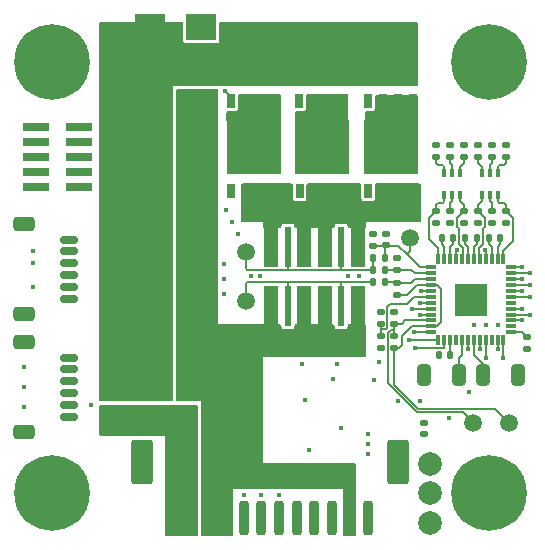
<source format=gbr>
%TF.GenerationSoftware,KiCad,Pcbnew,8.0.7*%
%TF.CreationDate,2025-04-07T22:13:35-04:00*%
%TF.ProjectId,motor-controller,6d6f746f-722d-4636-9f6e-74726f6c6c65,1*%
%TF.SameCoordinates,Original*%
%TF.FileFunction,Copper,L6,Bot*%
%TF.FilePolarity,Positive*%
%FSLAX46Y46*%
G04 Gerber Fmt 4.6, Leading zero omitted, Abs format (unit mm)*
G04 Created by KiCad (PCBNEW 8.0.7) date 2025-04-07 22:13:35*
%MOMM*%
%LPD*%
G01*
G04 APERTURE LIST*
G04 Aperture macros list*
%AMRoundRect*
0 Rectangle with rounded corners*
0 $1 Rounding radius*
0 $2 $3 $4 $5 $6 $7 $8 $9 X,Y pos of 4 corners*
0 Add a 4 corners polygon primitive as box body*
4,1,4,$2,$3,$4,$5,$6,$7,$8,$9,$2,$3,0*
0 Add four circle primitives for the rounded corners*
1,1,$1+$1,$2,$3*
1,1,$1+$1,$4,$5*
1,1,$1+$1,$6,$7*
1,1,$1+$1,$8,$9*
0 Add four rect primitives between the rounded corners*
20,1,$1+$1,$2,$3,$4,$5,0*
20,1,$1+$1,$4,$5,$6,$7,0*
20,1,$1+$1,$6,$7,$8,$9,0*
20,1,$1+$1,$8,$9,$2,$3,0*%
G04 Aperture macros list end*
%TA.AperFunction,ComponentPad*%
%ADD10C,3.600000*%
%TD*%
%TA.AperFunction,ConnectorPad*%
%ADD11C,6.400000*%
%TD*%
%TA.AperFunction,SMDPad,CuDef*%
%ADD12RoundRect,0.140000X-0.170000X0.140000X-0.170000X-0.140000X0.170000X-0.140000X0.170000X0.140000X0*%
%TD*%
%TA.AperFunction,SMDPad,CuDef*%
%ADD13R,2.200000X0.800000*%
%TD*%
%TA.AperFunction,SMDPad,CuDef*%
%ADD14RoundRect,0.200000X-0.200000X-1.250000X0.200000X-1.250000X0.200000X1.250000X-0.200000X1.250000X0*%
%TD*%
%TA.AperFunction,SMDPad,CuDef*%
%ADD15RoundRect,0.250000X-0.650000X-1.650000X0.650000X-1.650000X0.650000X1.650000X-0.650000X1.650000X0*%
%TD*%
%TA.AperFunction,SMDPad,CuDef*%
%ADD16RoundRect,0.135000X0.185000X-0.135000X0.185000X0.135000X-0.185000X0.135000X-0.185000X-0.135000X0*%
%TD*%
%TA.AperFunction,SMDPad,CuDef*%
%ADD17R,0.650000X1.150000*%
%TD*%
%TA.AperFunction,SMDPad,CuDef*%
%ADD18R,4.600000X4.650000*%
%TD*%
%TA.AperFunction,SMDPad,CuDef*%
%ADD19C,1.500000*%
%TD*%
%TA.AperFunction,SMDPad,CuDef*%
%ADD20RoundRect,0.250000X-1.500000X-0.550000X1.500000X-0.550000X1.500000X0.550000X-1.500000X0.550000X0*%
%TD*%
%TA.AperFunction,SMDPad,CuDef*%
%ADD21RoundRect,0.250000X-0.325000X-0.650000X0.325000X-0.650000X0.325000X0.650000X-0.325000X0.650000X0*%
%TD*%
%TA.AperFunction,SMDPad,CuDef*%
%ADD22RoundRect,0.140000X0.140000X0.170000X-0.140000X0.170000X-0.140000X-0.170000X0.140000X-0.170000X0*%
%TD*%
%TA.AperFunction,SMDPad,CuDef*%
%ADD23RoundRect,0.250001X-0.624999X0.462499X-0.624999X-0.462499X0.624999X-0.462499X0.624999X0.462499X0*%
%TD*%
%TA.AperFunction,SMDPad,CuDef*%
%ADD24RoundRect,0.150000X0.625000X-0.150000X0.625000X0.150000X-0.625000X0.150000X-0.625000X-0.150000X0*%
%TD*%
%TA.AperFunction,SMDPad,CuDef*%
%ADD25RoundRect,0.250000X0.650000X-0.350000X0.650000X0.350000X-0.650000X0.350000X-0.650000X-0.350000X0*%
%TD*%
%TA.AperFunction,SMDPad,CuDef*%
%ADD26RoundRect,0.135000X-0.135000X-0.185000X0.135000X-0.185000X0.135000X0.185000X-0.135000X0.185000X0*%
%TD*%
%TA.AperFunction,SMDPad,CuDef*%
%ADD27RoundRect,0.135000X-0.185000X0.135000X-0.185000X-0.135000X0.185000X-0.135000X0.185000X0.135000X0*%
%TD*%
%TA.AperFunction,SMDPad,CuDef*%
%ADD28RoundRect,0.140000X0.170000X-0.140000X0.170000X0.140000X-0.170000X0.140000X-0.170000X-0.140000X0*%
%TD*%
%TA.AperFunction,SMDPad,CuDef*%
%ADD29R,2.500000X2.300000*%
%TD*%
%TA.AperFunction,SMDPad,CuDef*%
%ADD30R,1.200000X3.400000*%
%TD*%
%TA.AperFunction,SMDPad,CuDef*%
%ADD31R,0.600000X3.400000*%
%TD*%
%TA.AperFunction,SMDPad,CuDef*%
%ADD32RoundRect,0.100000X-0.100000X0.225000X-0.100000X-0.225000X0.100000X-0.225000X0.100000X0.225000X0*%
%TD*%
%TA.AperFunction,SMDPad,CuDef*%
%ADD33R,0.300000X0.850000*%
%TD*%
%TA.AperFunction,SMDPad,CuDef*%
%ADD34R,0.850000X0.300000*%
%TD*%
%TA.AperFunction,SMDPad,CuDef*%
%ADD35R,2.800000X2.800000*%
%TD*%
%TA.AperFunction,SMDPad,CuDef*%
%ADD36RoundRect,0.250000X0.325000X0.650000X-0.325000X0.650000X-0.325000X-0.650000X0.325000X-0.650000X0*%
%TD*%
%TA.AperFunction,ViaPad*%
%ADD37C,0.450000*%
%TD*%
%TA.AperFunction,ViaPad*%
%ADD38C,2.000000*%
%TD*%
%TA.AperFunction,Conductor*%
%ADD39C,0.200000*%
%TD*%
%TA.AperFunction,Conductor*%
%ADD40C,0.153000*%
%TD*%
%TA.AperFunction,Conductor*%
%ADD41C,0.175000*%
%TD*%
G04 APERTURE END LIST*
D10*
%TO.P,H2,1*%
%TO.N,N/C*%
X228500000Y-129000000D03*
D11*
X228500000Y-129000000D03*
%TD*%
D10*
%TO.P,H1,1*%
%TO.N,N/C*%
X191500000Y-129000000D03*
D11*
X191500000Y-129000000D03*
%TD*%
D10*
%TO.P,H3,1*%
%TO.N,N/C*%
X191500000Y-165500000D03*
D11*
X191500000Y-165500000D03*
%TD*%
D10*
%TO.P,H4,1*%
%TO.N,N/C*%
X228500000Y-165500000D03*
D11*
X228500000Y-165500000D03*
%TD*%
D12*
%TO.P,C4,1*%
%TO.N,+3V3*%
X231750000Y-152270000D03*
%TO.P,C4,2*%
%TO.N,GND*%
X231750000Y-153230000D03*
%TD*%
D13*
%TO.P,J6,1,VTref*%
%TO.N,+3V3*%
X190180000Y-139540000D03*
%TO.P,J6,2,SWDIO/TMS*%
%TO.N,/motor_driver/SWDIO*%
X193820000Y-139540000D03*
%TO.P,J6,3,GND*%
%TO.N,GND*%
X190180000Y-138270000D03*
%TO.P,J6,4,SWCLK/TCK*%
%TO.N,/motor_driver/SWCLK*%
X193820000Y-138270000D03*
%TO.P,J6,5,GND*%
%TO.N,GND*%
X190180000Y-137000000D03*
%TO.P,J6,6,SWO/TDO*%
%TO.N,unconnected-(J6-SWO{slash}TDO-Pad6)*%
X193820000Y-137000000D03*
%TO.P,J6,7,KEY*%
%TO.N,unconnected-(J6-KEY-Pad7)*%
X190180000Y-135730000D03*
%TO.P,J6,8,NC/TDI*%
%TO.N,unconnected-(J6-NC{slash}TDI-Pad8)*%
X193820000Y-135730000D03*
%TO.P,J6,9,GNDDetect*%
%TO.N,GND*%
X190180000Y-134460000D03*
%TO.P,J6,10,~{RESET}*%
%TO.N,/motor_driver/NRST*%
X193820000Y-134460000D03*
%TD*%
D14*
%TO.P,J5,1,Pin_1*%
%TO.N,Net-(J5-Pin_1)*%
X201750000Y-167575000D03*
%TO.P,J5,2,Pin_2*%
X203250000Y-167575000D03*
%TO.P,J5,3,Pin_3*%
%TO.N,GND*%
X204750000Y-167575000D03*
%TO.P,J5,4,Pin_4*%
X206250000Y-167575000D03*
%TO.P,J5,5,Pin_5*%
%TO.N,/BOOT_UART.BOOT0*%
X207750000Y-167575000D03*
%TO.P,J5,6,Pin_6*%
%TO.N,/BOOT_UART.RST*%
X209250000Y-167575000D03*
%TO.P,J5,7,Pin_7*%
%TO.N,/BOOT_UART.RX*%
X210750000Y-167575000D03*
%TO.P,J5,8,Pin_8*%
%TO.N,Net-(J5-Pin_8)*%
X212250000Y-167575000D03*
%TO.P,J5,9,Pin_9*%
%TO.N,unconnected-(J5-Pin_9-Pad9)*%
X213750000Y-167575000D03*
%TO.P,J5,10,Pin_10*%
%TO.N,unconnected-(J5-Pin_10-Pad10)*%
X215250000Y-167575000D03*
%TO.P,J5,11,Pin_11*%
%TO.N,GND*%
X216750000Y-167575000D03*
%TO.P,J5,12,Pin_12*%
%TO.N,Net-(J5-Pin_12)*%
X218250000Y-167575000D03*
D15*
%TO.P,J5,MP*%
%TO.N,N/C*%
X199150000Y-162875000D03*
X220850000Y-162875000D03*
%TD*%
D16*
%TO.P,R38,1*%
%TO.N,/motor_driver/V_{sense}_V_{batt}*%
X219350000Y-151159999D03*
%TO.P,R38,2*%
%TO.N,GND*%
X219350000Y-150140001D03*
%TD*%
D17*
%TO.P,Q3,1,S*%
%TO.N,/motor_driver/MOTOR_{V}*%
X222104999Y-132300000D03*
%TO.P,Q3,2,S*%
X220835000Y-132300000D03*
%TO.P,Q3,3,S*%
X219565000Y-132300000D03*
%TO.P,Q3,4,G*%
%TO.N,Net-(Q3-G)*%
X218295001Y-132300000D03*
D18*
%TO.P,Q3,5,D*%
%TO.N,+BATT*%
X220200000Y-128600000D03*
%TD*%
D19*
%TO.P,TP3,1,1*%
%TO.N,/motor_driver/I_{SENSE(AMPLIFIED)}*%
X230200000Y-159500000D03*
%TD*%
D16*
%TO.P,R17,1*%
%TO.N,+BATT*%
X219350000Y-153159999D03*
%TO.P,R17,2*%
%TO.N,/motor_driver/V_{sense}_V_{batt}*%
X219350000Y-152140001D03*
%TD*%
D17*
%TO.P,Q5,1,S*%
%TO.N,/motor_driver/MOTOR_{W}*%
X210504999Y-132300000D03*
%TO.P,Q5,2,S*%
X209235000Y-132300000D03*
%TO.P,Q5,3,S*%
X207965000Y-132300000D03*
%TO.P,Q5,4,G*%
%TO.N,Net-(Q5-G)*%
X206695001Y-132300000D03*
D18*
%TO.P,Q5,5,D*%
%TO.N,+BATT*%
X208600000Y-128600000D03*
%TD*%
D20*
%TO.P,C23,1*%
%TO.N,+BATT*%
X198400000Y-139400000D03*
%TO.P,C23,2*%
%TO.N,GND*%
X203800000Y-139400000D03*
%TD*%
D21*
%TO.P,C8,1*%
%TO.N,Net-(U1A-VREG12)*%
X228024999Y-155500000D03*
%TO.P,C8,2*%
%TO.N,GND*%
X230975001Y-155500000D03*
%TD*%
D17*
%TO.P,Q1,1,S*%
%TO.N,/motor_driver/MOTOR_{U}*%
X216254998Y-132300000D03*
%TO.P,Q1,2,S*%
X214984999Y-132300000D03*
%TO.P,Q1,3,S*%
X213714999Y-132300000D03*
%TO.P,Q1,4,G*%
%TO.N,Net-(Q1-G)*%
X212445000Y-132300000D03*
D18*
%TO.P,Q1,5,D*%
%TO.N,+BATT*%
X214349999Y-128600000D03*
%TD*%
D22*
%TO.P,C7,1*%
%TO.N,Net-(U1C-VBOOTV)*%
X227480000Y-143900000D03*
%TO.P,C7,2*%
%TO.N,/motor_driver/MOTOR_{V}*%
X226520000Y-143900000D03*
%TD*%
D16*
%TO.P,R14,1*%
%TO.N,Net-(D2B-A)*%
X225200000Y-137009999D03*
%TO.P,R14,2*%
%TO.N,Net-(Q6-G)*%
X225200000Y-135990001D03*
%TD*%
%TO.P,R10,1*%
%TO.N,Net-(D1A-A)*%
X227600000Y-137009999D03*
%TO.P,R10,2*%
%TO.N,Net-(Q4-G)*%
X227600000Y-135990001D03*
%TD*%
D23*
%TO.P,F2,1*%
%TO.N,+BATT*%
X196550000Y-156362500D03*
%TO.P,F2,2*%
%TO.N,Net-(J5-Pin_1)*%
X196550000Y-159337500D03*
%TD*%
D24*
%TO.P,J1,1,Pin_1*%
%TO.N,+3V3*%
X193000001Y-159000000D03*
%TO.P,J1,2,Pin_2*%
%TO.N,/motor_driver/VEL_ENC_{~{DET}}*%
X193000000Y-158000000D03*
%TO.P,J1,3,Pin_3*%
%TO.N,/encoder/VEL_ENC.A*%
X193000000Y-157000000D03*
%TO.P,J1,4,Pin_4*%
%TO.N,/encoder/VEL_ENC.B*%
X193000000Y-156000000D03*
%TO.P,J1,5,Pin_5*%
%TO.N,/encoder/VEL_ENC.Z*%
X193000000Y-155000000D03*
%TO.P,J1,6,Pin_6*%
%TO.N,GND*%
X193000001Y-154000000D03*
D25*
%TO.P,J1,MP,MountPin*%
X189125000Y-160300000D03*
X189125000Y-152700000D03*
%TD*%
D26*
%TO.P,R22,1*%
%TO.N,/motor_driver/I_{SENSE(RAW)}_P*%
X218690001Y-145525000D03*
%TO.P,R22,2*%
%TO.N,Net-(U1E-OC_COMP)*%
X219709999Y-145525000D03*
%TD*%
D27*
%TO.P,R9,1*%
%TO.N,Net-(D1A-K)*%
X227600000Y-141590001D03*
%TO.P,R9,2*%
%TO.N,Net-(Q4-G)*%
X227600000Y-142609999D03*
%TD*%
%TO.P,R21,1*%
%TO.N,+3V0*%
X218725000Y-143490001D03*
%TO.P,R21,2*%
%TO.N,Net-(U1E-OC_COMP)*%
X218725000Y-144509999D03*
%TD*%
D17*
%TO.P,Q4,1,S*%
%TO.N,/motor_driver/I_{SENSE(RAW)}*%
X222104999Y-139900000D03*
%TO.P,Q4,2,S*%
X220835000Y-139900000D03*
%TO.P,Q4,3,S*%
X219565000Y-139900000D03*
%TO.P,Q4,4,G*%
%TO.N,Net-(Q4-G)*%
X218295001Y-139900000D03*
D18*
%TO.P,Q4,5,D*%
%TO.N,/motor_driver/MOTOR_{V}*%
X220200000Y-136200000D03*
%TD*%
D28*
%TO.P,C11,1*%
%TO.N,/motor_driver/I_{SENSE(FILTERED)}*%
X220500000Y-151129999D03*
%TO.P,C11,2*%
%TO.N,GND*%
X220500000Y-150169999D03*
%TD*%
D27*
%TO.P,R12,1*%
%TO.N,Net-(D2A-K)*%
X224000000Y-141590001D03*
%TO.P,R12,2*%
%TO.N,Net-(Q5-G)*%
X224000000Y-142609999D03*
%TD*%
D24*
%TO.P,J3,1,Pin_1*%
%TO.N,GND*%
X193000001Y-149000000D03*
%TO.P,J3,2,Pin_2*%
%TO.N,/encoder/MOSI*%
X193000000Y-148000000D03*
%TO.P,J3,3,Pin_3*%
%TO.N,/encoder/MISO*%
X193000000Y-147000000D03*
%TO.P,J3,4,Pin_4*%
%TO.N,/encoder/SCK*%
X193000000Y-146000000D03*
%TO.P,J3,5,Pin_5*%
%TO.N,/encoder/CSn*%
X193000000Y-145000000D03*
%TO.P,J3,6,Pin_6*%
%TO.N,+3V3*%
X193000001Y-144000000D03*
D25*
%TO.P,J3,MP,MountPin*%
%TO.N,GND*%
X189125000Y-150300000D03*
X189125000Y-142700000D03*
%TD*%
D19*
%TO.P,TP4,1,1*%
%TO.N,/motor_driver/I_{SENSE(FILTERED)}*%
X227200000Y-159500000D03*
%TD*%
D29*
%TO.P,D6,1,A1*%
%TO.N,GND*%
X204150001Y-126000000D03*
%TO.P,D6,2,A2*%
%TO.N,+BATT*%
X199849999Y-126000000D03*
%TD*%
D27*
%TO.P,R23,1*%
%TO.N,+3V0*%
X220725000Y-145540001D03*
%TO.P,R23,2*%
%TO.N,Net-(U1D-OP1P)*%
X220725000Y-146559999D03*
%TD*%
D20*
%TO.P,C22,1*%
%TO.N,+BATT*%
X198400000Y-132100000D03*
%TO.P,C22,2*%
%TO.N,GND*%
X203800000Y-132100000D03*
%TD*%
D22*
%TO.P,C9,1*%
%TO.N,Net-(U1C-VBOOTW)*%
X225480000Y-143900000D03*
%TO.P,C9,2*%
%TO.N,/motor_driver/MOTOR_{W}*%
X224520000Y-143900000D03*
%TD*%
D16*
%TO.P,R5,1*%
%TO.N,Net-(D2C-A)*%
X226400000Y-137009999D03*
%TO.P,R5,2*%
%TO.N,Net-(Q3-G)*%
X226400000Y-135990001D03*
%TD*%
D30*
%TO.P,R27,1,1*%
%TO.N,/motor_driver/I_{SENSE(RAW)}*%
X212900000Y-144600001D03*
X210100000Y-144600001D03*
D31*
%TO.P,R27,2,2*%
%TO.N,/motor_driver/I_{SENSE(RAW)}_P*%
X211500000Y-144600000D03*
%TO.P,R27,3,3*%
%TO.N,/motor_driver/I_{SENSE(RAW)}_N*%
X211500000Y-149600000D03*
D30*
%TO.P,R27,4,4*%
%TO.N,GND*%
X212900000Y-149599999D03*
X210100000Y-149599999D03*
%TD*%
D32*
%TO.P,D2,1,A*%
%TO.N,Net-(D2A-A)*%
X224750000Y-138350000D03*
%TO.P,D2,2,A*%
%TO.N,Net-(D2B-A)*%
X225400000Y-138350001D03*
%TO.P,D2,3,A*%
%TO.N,Net-(D2C-A)*%
X226050000Y-138350000D03*
%TO.P,D2,4,K*%
%TO.N,Net-(D2C-K)*%
X226050000Y-140250000D03*
%TO.P,D2,5,K*%
%TO.N,Net-(D2B-K)*%
X225400000Y-140249999D03*
%TO.P,D2,6,K*%
%TO.N,Net-(D2A-K)*%
X224750000Y-140250000D03*
%TD*%
D27*
%TO.P,R2,1*%
%TO.N,Net-(D1B-K)*%
X228800000Y-141590001D03*
%TO.P,R2,2*%
%TO.N,Net-(Q1-G)*%
X228800000Y-142609999D03*
%TD*%
D30*
%TO.P,R18,1,1*%
%TO.N,/motor_driver/I_{SENSE(RAW)}*%
X217400000Y-144600001D03*
X214600000Y-144600001D03*
D31*
%TO.P,R18,2,2*%
%TO.N,/motor_driver/I_{SENSE(RAW)}_P*%
X216000000Y-144600000D03*
%TO.P,R18,3,3*%
%TO.N,/motor_driver/I_{SENSE(RAW)}_N*%
X216000000Y-149600000D03*
D30*
%TO.P,R18,4,4*%
%TO.N,GND*%
X217400000Y-149599999D03*
X214600000Y-149599999D03*
%TD*%
D19*
%TO.P,TP5,1,1*%
%TO.N,Net-(U1E-OC_COMP)*%
X221800000Y-143900000D03*
%TD*%
D16*
%TO.P,R11,1*%
%TO.N,Net-(D2A-A)*%
X224000000Y-137009999D03*
%TO.P,R11,2*%
%TO.N,Net-(Q5-G)*%
X224000000Y-135990001D03*
%TD*%
%TO.P,R25,1*%
%TO.N,/motor_driver/I_{SENSE(AMPLIFIED)}*%
X220500000Y-153159999D03*
%TO.P,R25,2*%
%TO.N,/motor_driver/I_{SENSE(FILTERED)}*%
X220500000Y-152140001D03*
%TD*%
D19*
%TO.P,TP2,1,1*%
%TO.N,/motor_driver/I_{SENSE(RAW)}_N*%
X207925000Y-149200000D03*
%TD*%
D26*
%TO.P,R26,1*%
%TO.N,/motor_driver/I_{SENSE(RAW)}_P*%
X218690001Y-146575000D03*
%TO.P,R26,2*%
%TO.N,Net-(U1D-OP1P)*%
X219709999Y-146575000D03*
%TD*%
D27*
%TO.P,R19,1*%
%TO.N,Net-(U1D-OP1N)*%
X220750000Y-147640001D03*
%TO.P,R19,2*%
%TO.N,/motor_driver/I_{SENSE(AMPLIFIED)}*%
X220750000Y-148659999D03*
%TD*%
D19*
%TO.P,TP1,1,1*%
%TO.N,/motor_driver/I_{SENSE(RAW)}_P*%
X207925000Y-145025000D03*
%TD*%
D27*
%TO.P,R13,1*%
%TO.N,Net-(D2B-K)*%
X225200000Y-141590001D03*
%TO.P,R13,2*%
%TO.N,Net-(Q6-G)*%
X225200000Y-142609999D03*
%TD*%
D28*
%TO.P,C10,1*%
%TO.N,Net-(U1E-OC_COMP)*%
X219800000Y-144480000D03*
%TO.P,C10,2*%
%TO.N,GND*%
X219800000Y-143520000D03*
%TD*%
D16*
%TO.P,R1,1*%
%TO.N,Net-(D1B-A)*%
X228800000Y-137009999D03*
%TO.P,R1,2*%
%TO.N,Net-(Q1-G)*%
X228800000Y-135990001D03*
%TD*%
D17*
%TO.P,Q6,1,S*%
%TO.N,/motor_driver/I_{SENSE(RAW)}*%
X210504999Y-139900000D03*
%TO.P,Q6,2,S*%
X209235000Y-139900000D03*
%TO.P,Q6,3,S*%
X207965000Y-139900000D03*
%TO.P,Q6,4,G*%
%TO.N,Net-(Q6-G)*%
X206695001Y-139900000D03*
D18*
%TO.P,Q6,5,D*%
%TO.N,/motor_driver/MOTOR_{W}*%
X208600000Y-136200000D03*
%TD*%
D26*
%TO.P,R24,1*%
%TO.N,/motor_driver/I_{SENSE(RAW)}_N*%
X218690001Y-147625000D03*
%TO.P,R24,2*%
%TO.N,Net-(U1D-OP1N)*%
X219709999Y-147625000D03*
%TD*%
D33*
%TO.P,U1,1,PC14/OSC32_{IN}*%
%TO.N,/motor_driver/OSC32_P*%
X229750000Y-152525000D03*
%TO.P,U1,2,PC15/OSC32_{OUT}*%
%TO.N,/motor_driver/OSC32_N*%
X229250000Y-152525000D03*
%TO.P,U1,3,RESERVED*%
%TO.N,unconnected-(U1A-RESERVED-Pad3)*%
X228750000Y-152525000D03*
%TO.P,U1,4,PF0/OSC_{IN}*%
%TO.N,/motor_driver/OSC_P*%
X228250000Y-152525000D03*
%TO.P,U1,5,PF1/OSC_{OUT}*%
%TO.N,/motor_driver/OSC_N*%
X227750000Y-152525000D03*
%TO.P,U1,6,VREG12*%
%TO.N,Net-(U1A-VREG12)*%
X227250000Y-152525000D03*
%TO.P,U1,7,NRST*%
%TO.N,/motor_driver/NRST*%
X226750000Y-152525000D03*
%TO.P,U1,8,VM*%
%TO.N,+BATT*%
X226250000Y-152525000D03*
%TO.P,U1,9,SW*%
%TO.N,unconnected-(U1A-SW-Pad9)*%
X225750000Y-152525000D03*
%TO.P,U1,10,VDDA*%
%TO.N,+3V0*%
X225250000Y-152525000D03*
%TO.P,U1,11,PA0/T2C1/ADC0/USART1_{CTS}*%
%TO.N,/motor_driver/HALL_{1}*%
X224750000Y-152525000D03*
%TO.P,U1,12,PA1/T2C2/ADC1/USART1_{RTS}*%
%TO.N,/motor_driver/HALL_{2}*%
X224250000Y-152525000D03*
D34*
%TO.P,U1,13,PA2/T2C3/ADC2/USART1_{TX}*%
%TO.N,/motor_driver/HALL_{3}*%
X223575000Y-151850000D03*
%TO.P,U1,14,PA3/T2C4/ADC3/USART1_{RX}*%
%TO.N,/motor_driver/I_{SENSE(AMPLIFIED)}*%
X223575000Y-151350000D03*
%TO.P,U1,15,PA4/T14C1/ADC4/USART1_{CK}*%
%TO.N,/motor_driver/I_{SENSE(FILTERED)}*%
X223575000Y-150850000D03*
%TO.P,U1,16,PA5/ADC5*%
%TO.N,/motor_driver/VEL_ENC_{~{DET}}*%
X223575000Y-150350000D03*
%TO.P,U1,17,PA6/T3C1/T16C1/ADC6*%
%TO.N,/encoder/VEL_ENC.A*%
X223575000Y-149850000D03*
%TO.P,U1,18,PA7/T3C2/T14C1/T17C1/ADC7*%
%TO.N,/encoder/VEL_ENC.B*%
X223575000Y-149350000D03*
%TO.P,U1,19,PB1/T3C4/T14C1/ADC9*%
%TO.N,/motor_driver/V_{sense}_V_{batt}*%
X223575000Y-148850000D03*
%TO.P,U1,20,TESTMODE*%
%TO.N,GND*%
X223575000Y-148350000D03*
%TO.P,U1,21,OP1O*%
%TO.N,/motor_driver/I_{SENSE(AMPLIFIED)}*%
X223575000Y-147850000D03*
%TO.P,U1,22,OP1N*%
%TO.N,Net-(U1D-OP1N)*%
X223575000Y-147350000D03*
%TO.P,U1,23,OP1P*%
%TO.N,Net-(U1D-OP1P)*%
X223575000Y-146850000D03*
%TO.P,U1,24,OC_COMP*%
%TO.N,Net-(U1E-OC_COMP)*%
X223575000Y-146350000D03*
D33*
%TO.P,U1,25,HSW*%
%TO.N,Net-(D2A-K)*%
X224250000Y-145675000D03*
%TO.P,U1,26,OUTW*%
%TO.N,/motor_driver/MOTOR_{W}*%
X224750000Y-145675000D03*
%TO.P,U1,27,VBOOTW*%
%TO.N,Net-(U1C-VBOOTW)*%
X225250000Y-145675000D03*
%TO.P,U1,28,LSW*%
%TO.N,Net-(D2B-K)*%
X225750000Y-145675000D03*
%TO.P,U1,29,HSV*%
%TO.N,Net-(D2C-K)*%
X226250000Y-145675000D03*
%TO.P,U1,30,OUTV*%
%TO.N,/motor_driver/MOTOR_{V}*%
X226750000Y-145675000D03*
%TO.P,U1,31,VBOOTV*%
%TO.N,Net-(U1C-VBOOTV)*%
X227250000Y-145675000D03*
%TO.P,U1,32,LSV*%
%TO.N,Net-(D1A-K)*%
X227750000Y-145675000D03*
%TO.P,U1,33,HSU*%
%TO.N,Net-(D1B-K)*%
X228250000Y-145675000D03*
%TO.P,U1,34,OUTU*%
%TO.N,/motor_driver/MOTOR_{U}*%
X228750000Y-145675000D03*
%TO.P,U1,35,VBOOTU*%
%TO.N,Net-(U1C-VBOOTU)*%
X229250000Y-145675000D03*
%TO.P,U1,36,LSU*%
%TO.N,Net-(D1C-K)*%
X229750000Y-145675000D03*
D34*
%TO.P,U1,37,PA13/SWDIO*%
%TO.N,/motor_driver/SWDIO*%
X230425000Y-146350000D03*
%TO.P,U1,38,PA14/SWDCLK/USART1_{TX}/BL_UART_{TX}*%
%TO.N,/motor_driver/SWCLK*%
X230425000Y-146850000D03*
%TO.P,U1,39,PA15/USART1_{RX}/BL_UART_{RX}*%
%TO.N,/BOOT_UART.RX*%
X230425000Y-147350000D03*
%TO.P,U1,40,PB6/USART1_{TX}*%
%TO.N,/motor_driver/LED_{ERROR}*%
X230425000Y-147850000D03*
%TO.P,U1,41,PB7/USART1_{RX}*%
%TO.N,/motor_driver/LED_{FW_READY}*%
X230425000Y-148350000D03*
%TO.P,U1,42,BOOT0*%
%TO.N,/BOOT_UART.BOOT0*%
X230425000Y-148850000D03*
%TO.P,U1,43,RESERVED*%
%TO.N,unconnected-(U1A-RESERVED-Pad43)*%
X230425000Y-149350000D03*
%TO.P,U1,44,GND*%
%TO.N,GND*%
X230425000Y-149850000D03*
%TO.P,U1,45,PB8/T16C1*%
%TO.N,/motor_driver/LED_{WARN}*%
X230425000Y-150350000D03*
%TO.P,U1,46,PB9/T17C1*%
%TO.N,/encoder/VEL_ENC.Z*%
X230425000Y-150850000D03*
%TO.P,U1,47,RESERVED*%
%TO.N,unconnected-(U1A-RESERVED-Pad47)*%
X230425000Y-151350000D03*
%TO.P,U1,48,VDD*%
%TO.N,+3V3*%
X230425000Y-151850000D03*
D35*
%TO.P,U1,49,EPAD*%
%TO.N,GND*%
X227000000Y-149100000D03*
%TD*%
D32*
%TO.P,D1,1,A*%
%TO.N,Net-(D1A-A)*%
X227950000Y-138350000D03*
%TO.P,D1,2,A*%
%TO.N,Net-(D1B-A)*%
X228600000Y-138350001D03*
%TO.P,D1,3,A*%
%TO.N,Net-(D1C-A)*%
X229250000Y-138350000D03*
%TO.P,D1,4,K*%
%TO.N,Net-(D1C-K)*%
X229250000Y-140250000D03*
%TO.P,D1,5,K*%
%TO.N,Net-(D1B-K)*%
X228600000Y-140249999D03*
%TO.P,D1,6,K*%
%TO.N,Net-(D1A-K)*%
X227950000Y-140250000D03*
%TD*%
D22*
%TO.P,C6,1*%
%TO.N,+3V0*%
X225230000Y-153750000D03*
%TO.P,C6,2*%
%TO.N,GND*%
X224270000Y-153750000D03*
%TD*%
D17*
%TO.P,Q2,1,S*%
%TO.N,/motor_driver/I_{SENSE(RAW)}*%
X216304999Y-139900000D03*
%TO.P,Q2,2,S*%
X215035000Y-139900000D03*
%TO.P,Q2,3,S*%
X213765000Y-139900000D03*
%TO.P,Q2,4,G*%
%TO.N,Net-(Q2-G)*%
X212495001Y-139900000D03*
D18*
%TO.P,Q2,5,D*%
%TO.N,/motor_driver/MOTOR_{U}*%
X214400000Y-136200000D03*
%TD*%
D36*
%TO.P,C2,1*%
%TO.N,+BATT*%
X225975001Y-155500000D03*
%TO.P,C2,2*%
%TO.N,GND*%
X223024999Y-155500000D03*
%TD*%
D12*
%TO.P,C16,1*%
%TO.N,/motor_driver/NRST*%
X223000000Y-159520000D03*
%TO.P,C16,2*%
%TO.N,GND*%
X223000000Y-160480000D03*
%TD*%
D27*
%TO.P,R6,1*%
%TO.N,Net-(D2C-K)*%
X226400000Y-141590001D03*
%TO.P,R6,2*%
%TO.N,Net-(Q3-G)*%
X226400000Y-142609999D03*
%TD*%
D22*
%TO.P,C1,1*%
%TO.N,Net-(U1C-VBOOTU)*%
X229480000Y-143900000D03*
%TO.P,C1,2*%
%TO.N,/motor_driver/MOTOR_{U}*%
X228520000Y-143900000D03*
%TD*%
D27*
%TO.P,R3,1*%
%TO.N,Net-(D1C-K)*%
X230000000Y-141590001D03*
%TO.P,R3,2*%
%TO.N,Net-(Q2-G)*%
X230000000Y-142609999D03*
%TD*%
D16*
%TO.P,R4,1*%
%TO.N,Net-(D1C-A)*%
X230000000Y-137009999D03*
%TO.P,R4,2*%
%TO.N,Net-(Q2-G)*%
X230000000Y-135990001D03*
%TD*%
D37*
%TO.N,/motor_driver/MOTOR_{U}*%
X212700000Y-138000000D03*
X213600000Y-138000000D03*
X216300000Y-136900000D03*
X212700000Y-136900000D03*
X215400000Y-138000000D03*
X215400000Y-136900000D03*
X216300000Y-138000000D03*
X214500000Y-136900000D03*
X228520000Y-143900000D03*
X213600000Y-136900000D03*
X214500000Y-138000000D03*
D38*
%TO.N,GND*%
X223500000Y-165500000D03*
D37*
X227900000Y-149100000D03*
X222800000Y-148350000D03*
X220500000Y-150169999D03*
X189940000Y-148000000D03*
X204650000Y-164550000D03*
X223000000Y-155500000D03*
X227000000Y-149100000D03*
X227000000Y-150000000D03*
X231350000Y-149850000D03*
X189150000Y-154800000D03*
X227900000Y-150000000D03*
X231750000Y-153230000D03*
X189150000Y-158200000D03*
X204650000Y-163550000D03*
X207750000Y-165590001D03*
X224250000Y-153750000D03*
X226100000Y-148200000D03*
X229250000Y-151270000D03*
X227900000Y-148200000D03*
X205500000Y-164550000D03*
X189940000Y-146000000D03*
X212720000Y-154500000D03*
X203600000Y-126600000D03*
X206400000Y-163550000D03*
X203600000Y-125400000D03*
X193000001Y-149000000D03*
X205500000Y-163550000D03*
X206400000Y-164550000D03*
X190180000Y-134460000D03*
X189100000Y-152700000D03*
X216625000Y-147100000D03*
X189125000Y-160300000D03*
X223000000Y-160480000D03*
X189150000Y-156500000D03*
X215350000Y-155800001D03*
X227250000Y-151270000D03*
X215680000Y-154500000D03*
X227000000Y-148200000D03*
X219800000Y-143520000D03*
X204700000Y-125400000D03*
X190180000Y-138270000D03*
X193000001Y-154000000D03*
X189100000Y-142700000D03*
X206100000Y-148650000D03*
X204700000Y-126600000D03*
X222700000Y-157687500D03*
X209250000Y-165600000D03*
X189100000Y-150300000D03*
X190200000Y-137000000D03*
X228250000Y-151270000D03*
X216000000Y-159930000D03*
X226850000Y-156900000D03*
X226100000Y-150000000D03*
X231000000Y-155500000D03*
X226100000Y-149100000D03*
X219350000Y-150140001D03*
X225150000Y-159100000D03*
D38*
%TO.N,+BATT*%
X196900000Y-127000000D03*
D37*
X219350000Y-153159999D03*
X197825000Y-156950000D03*
X225975001Y-155500000D03*
%TO.N,+3V0*%
X225230000Y-153750000D03*
X220725000Y-145540001D03*
X218750000Y-155875001D03*
X218725000Y-143490001D03*
D38*
X223500000Y-163000000D03*
D37*
%TO.N,/motor_driver/MOTOR_{V}*%
X220200000Y-135500000D03*
X222000000Y-135500000D03*
X221100000Y-135500000D03*
X219300000Y-135500000D03*
X218400000Y-135500000D03*
X221100000Y-134500000D03*
X218400000Y-134500000D03*
X220200000Y-134500000D03*
X222000000Y-134500000D03*
X226520000Y-143900000D03*
X219300000Y-134500000D03*
%TO.N,/motor_driver/MOTOR_{W}*%
X210500000Y-135500000D03*
X207800000Y-135500000D03*
X224520000Y-143900000D03*
X209600000Y-134400000D03*
X206900000Y-135500000D03*
X206900000Y-134400000D03*
X207800000Y-134400000D03*
X208700000Y-135500000D03*
X210500000Y-134400000D03*
X209600000Y-135500000D03*
X208700000Y-134400000D03*
%TO.N,/motor_driver/NRST*%
X226750000Y-153250000D03*
X223000000Y-159520000D03*
X193820000Y-134460000D03*
X219250000Y-154375000D03*
%TO.N,/motor_driver/OSC32_N*%
X229250000Y-153250000D03*
%TO.N,/motor_driver/OSC32_P*%
X229750000Y-154000000D03*
%TO.N,/motor_driver/OSC_N*%
X227750000Y-153250000D03*
%TO.N,/motor_driver/OSC_P*%
X228250000Y-154000000D03*
%TO.N,Net-(D1B-K)*%
X228200000Y-144900000D03*
X228800000Y-141590001D03*
%TO.N,Net-(D2B-K)*%
X225800000Y-144900000D03*
X225200000Y-141590001D03*
%TO.N,+3V3*%
X189940001Y-145000000D03*
X231750000Y-152270000D03*
X217525000Y-147100000D03*
X210750000Y-165590001D03*
X190180000Y-139540000D03*
X193000001Y-159000000D03*
X212950000Y-157575000D03*
X194859999Y-158000000D03*
X218250000Y-162150000D03*
X218250000Y-161300000D03*
X218250000Y-160500000D03*
D38*
X223500000Y-168000000D03*
D37*
X193000001Y-144000000D03*
%TO.N,/motor_driver/VEL_ENC_{~{DET}}*%
X222650000Y-150350000D03*
X193000000Y-158000000D03*
%TO.N,/encoder/VEL_ENC.B*%
X222650000Y-149350000D03*
X193000000Y-156000000D03*
%TO.N,/encoder/VEL_ENC.A*%
X222000000Y-149850000D03*
X193000000Y-157000000D03*
%TO.N,/encoder/VEL_ENC.Z*%
X231350000Y-150850000D03*
X193000000Y-155000000D03*
%TO.N,/encoder/MOSI*%
X193000000Y-148000000D03*
X209150000Y-147100000D03*
%TO.N,/encoder/SCK*%
X208350000Y-147100000D03*
X193000000Y-146000000D03*
%TO.N,/encoder/MISO*%
X193000000Y-147000000D03*
X206100000Y-147350000D03*
%TO.N,/encoder/CSn*%
X206100000Y-146050000D03*
X193000000Y-145000000D03*
%TO.N,/BOOT_UART.RST*%
X209250000Y-167575000D03*
X220800000Y-157687500D03*
%TO.N,Net-(Q1-G)*%
X212445000Y-132300000D03*
X228800000Y-142609999D03*
X228800000Y-135990001D03*
%TO.N,Net-(Q2-G)*%
X230000000Y-135990001D03*
X230000000Y-142609999D03*
X212495001Y-139900000D03*
%TO.N,Net-(Q3-G)*%
X218295001Y-132300000D03*
X226400000Y-142609999D03*
X226400000Y-135990001D03*
%TO.N,/motor_driver/LED_{WARN}*%
X232000000Y-150350000D03*
%TO.N,Net-(Q4-G)*%
X227600000Y-142609999D03*
X218295001Y-139900000D03*
X227600000Y-135990001D03*
%TO.N,Net-(Q5-G)*%
X206175000Y-131450000D03*
X224000000Y-142609999D03*
X224000000Y-135990001D03*
%TO.N,Net-(Q6-G)*%
X206695001Y-139900000D03*
X225200000Y-142609999D03*
X225200000Y-135990001D03*
%TO.N,/motor_driver/LED_{FW_READY}*%
X231350000Y-148350000D03*
%TO.N,/motor_driver/LED_{ERROR}*%
X232000000Y-147850000D03*
%TO.N,/motor_driver/HALL_{1}*%
X222250000Y-153153500D03*
X206800000Y-142550000D03*
%TO.N,/motor_driver/HALL_{2}*%
X221750000Y-152525000D03*
X207300000Y-143500000D03*
%TO.N,/motor_driver/HALL_{3}*%
X206250000Y-141500000D03*
X222200000Y-151850000D03*
%TO.N,/BOOT_UART.RX*%
X210750000Y-167575000D03*
X231350000Y-147350000D03*
%TO.N,Net-(J5-Pin_8)*%
X212250000Y-167575000D03*
%TO.N,/BOOT_UART.BOOT0*%
X207750000Y-167575000D03*
X232000000Y-148850000D03*
%TO.N,/motor_driver/SWCLK*%
X213259999Y-161850000D03*
X193820000Y-138270000D03*
X232000000Y-146850000D03*
%TO.N,Net-(J5-Pin_12)*%
X218250000Y-166750000D03*
X218250000Y-168400000D03*
X218250000Y-167575000D03*
%TO.N,/motor_driver/SWDIO*%
X193820000Y-139540000D03*
X231350000Y-146350000D03*
%TD*%
D39*
%TO.N,Net-(U1C-VBOOTU)*%
X229480000Y-144420000D02*
X229480000Y-143900000D01*
X229250000Y-144650000D02*
X229480000Y-144420000D01*
X229250000Y-145675000D02*
X229250000Y-144650000D01*
%TO.N,/motor_driver/MOTOR_{U}*%
X228750000Y-144650000D02*
X228750000Y-145675000D01*
X228520000Y-143900000D02*
X228520000Y-144420000D01*
X228520000Y-144420000D02*
X228750000Y-144650000D01*
D40*
%TO.N,GND*%
X189125000Y-150300000D02*
X189100000Y-150300000D01*
D41*
X223024999Y-155500000D02*
X223000000Y-155500000D01*
X224270000Y-153750000D02*
X224250000Y-153750000D01*
D40*
X190180000Y-134480000D02*
X190200000Y-134500000D01*
X189125000Y-152700000D02*
X189100000Y-152700000D01*
D41*
X230975001Y-155500000D02*
X231000000Y-155500000D01*
D40*
X190180000Y-138270000D02*
X190180000Y-138280000D01*
X190180000Y-134460000D02*
X190180000Y-134480000D01*
X223575000Y-148350000D02*
X222800000Y-148350000D01*
X189125000Y-142700000D02*
X189100000Y-142700000D01*
X230425000Y-149850000D02*
X231350000Y-149850000D01*
X190180000Y-138280000D02*
X190200000Y-138300000D01*
X190180000Y-137000000D02*
X190200000Y-137000000D01*
D41*
%TO.N,+BATT*%
X225975001Y-154024999D02*
X225975001Y-155500000D01*
X226250000Y-152525000D02*
X226250000Y-153750000D01*
X226250000Y-153750000D02*
X225975001Y-154024999D01*
%TO.N,+3V0*%
X225230000Y-153750000D02*
X225250000Y-153730000D01*
X225250000Y-152525000D02*
X225250000Y-153730000D01*
D39*
%TO.N,/motor_driver/MOTOR_{V}*%
X226520000Y-144420000D02*
X226750000Y-144650000D01*
X226520000Y-143900000D02*
X226520000Y-144420000D01*
X226750000Y-144650000D02*
X226750000Y-145675000D01*
%TO.N,Net-(U1C-VBOOTV)*%
X227250000Y-144650000D02*
X227480000Y-144420000D01*
X227250000Y-145675000D02*
X227250000Y-144650000D01*
X227480000Y-144420000D02*
X227480000Y-143900000D01*
D41*
%TO.N,Net-(U1A-VREG12)*%
X227250000Y-152525000D02*
X227241500Y-152533500D01*
X227241500Y-153741500D02*
X228024999Y-154524999D01*
X228024999Y-154524999D02*
X228024999Y-155500000D01*
X227241500Y-152533500D02*
X227241500Y-153741500D01*
D39*
%TO.N,Net-(U1C-VBOOTW)*%
X225480000Y-144420000D02*
X225480000Y-143900000D01*
X225250000Y-144650000D02*
X225480000Y-144420000D01*
X225250000Y-145675000D02*
X225250000Y-144650000D01*
%TO.N,/motor_driver/MOTOR_{W}*%
X224750000Y-144650000D02*
X224750000Y-145675000D01*
X224520000Y-143900000D02*
X224520000Y-144420000D01*
X224520000Y-144420000D02*
X224750000Y-144650000D01*
D40*
%TO.N,Net-(U1E-OC_COMP)*%
X219770001Y-144509999D02*
X219800000Y-144480000D01*
X218725000Y-144509999D02*
X219770001Y-144509999D01*
X219709999Y-144569998D02*
X219650000Y-144509999D01*
X219709999Y-145525000D02*
X219709999Y-144569998D01*
X221800000Y-145000000D02*
X221550000Y-145250000D01*
X222650000Y-146350000D02*
X223575000Y-146350000D01*
X221550000Y-145250000D02*
X222650000Y-146350000D01*
X221800000Y-143900000D02*
X221800000Y-145000000D01*
X220809999Y-144509999D02*
X221550000Y-145250000D01*
X219650000Y-144509999D02*
X220809999Y-144509999D01*
%TO.N,/motor_driver/I_{SENSE(FILTERED)}*%
X221450000Y-150850000D02*
X223575000Y-150850000D01*
X220500000Y-151129999D02*
X221170001Y-151129999D01*
X219976500Y-156176500D02*
X222400000Y-158600000D01*
X220195980Y-151700000D02*
X219976500Y-151919480D01*
X222400000Y-158600000D02*
X226300000Y-158600000D01*
X220500000Y-151700000D02*
X220195980Y-151700000D01*
X226300000Y-158600000D02*
X227200000Y-159500000D01*
X221170001Y-151129999D02*
X221450000Y-150850000D01*
X220500000Y-152140001D02*
X220500000Y-151129999D01*
X219976500Y-151919480D02*
X219976500Y-156176500D01*
%TO.N,/motor_driver/NRST*%
X226750000Y-152525000D02*
X226750000Y-153250000D01*
%TO.N,/motor_driver/OSC32_N*%
X229250000Y-152525000D02*
X229250000Y-153250000D01*
%TO.N,/motor_driver/OSC32_P*%
X229750000Y-152525000D02*
X229750000Y-154000000D01*
%TO.N,/motor_driver/OSC_N*%
X227750000Y-152525000D02*
X227750000Y-153250000D01*
%TO.N,/motor_driver/OSC_P*%
X228250000Y-152525000D02*
X228250000Y-154000000D01*
D39*
%TO.N,Net-(D1A-A)*%
X227950000Y-137850000D02*
X227950000Y-138350000D01*
X227600000Y-137009999D02*
X227600000Y-137500000D01*
X227600000Y-137500000D02*
X227950000Y-137850000D01*
%TO.N,Net-(D1C-A)*%
X229400000Y-137700000D02*
X229250000Y-137850000D01*
X230000000Y-137500000D02*
X229800000Y-137700000D01*
X229250000Y-137850000D02*
X229250000Y-138350000D01*
X229800000Y-137700000D02*
X229400000Y-137700000D01*
X230000000Y-137009999D02*
X230000000Y-137500000D01*
%TO.N,Net-(D1C-K)*%
X229800000Y-144900000D02*
X230547000Y-144153000D01*
X229750000Y-145675000D02*
X229750000Y-144950000D01*
X229250000Y-140750000D02*
X229400000Y-140900000D01*
X229800000Y-140900000D02*
X230000000Y-141100000D01*
X230000000Y-141100000D02*
X230000000Y-141590001D01*
X230547000Y-142137001D02*
X230000000Y-141590001D01*
X229250000Y-140250000D02*
X229250000Y-140750000D01*
X229400000Y-140900000D02*
X229800000Y-140900000D01*
X229750000Y-144950000D02*
X229800000Y-144900000D01*
X230547000Y-144153000D02*
X230547000Y-142137001D01*
%TO.N,Net-(D1B-K)*%
X228250000Y-145675000D02*
X228250000Y-144950000D01*
X228600000Y-140249999D02*
X228600000Y-140700000D01*
X228600000Y-140700000D02*
X228800000Y-140900000D01*
X228250000Y-144950000D02*
X228200000Y-144900000D01*
X228800000Y-140900000D02*
X228800000Y-141590001D01*
%TO.N,Net-(D1B-A)*%
X228800000Y-137009999D02*
X228800000Y-137500000D01*
X228800000Y-137500000D02*
X228600000Y-137700000D01*
X228600000Y-137700000D02*
X228600000Y-138350001D01*
%TO.N,Net-(D1A-K)*%
X227987000Y-144400236D02*
X227987000Y-143058687D01*
X227696000Y-145621000D02*
X227696000Y-144691236D01*
X227950000Y-140750000D02*
X227600000Y-141100000D01*
X227987000Y-143058687D02*
X228147000Y-142898687D01*
X228147000Y-142137001D02*
X227600000Y-141590001D01*
X228147000Y-142898687D02*
X228147000Y-142137001D01*
X227750000Y-145675000D02*
X227696000Y-145621000D01*
X227950000Y-140250000D02*
X227950000Y-140750000D01*
X227696000Y-144691236D02*
X227987000Y-144400236D01*
X227600000Y-141100000D02*
X227600000Y-141590001D01*
%TO.N,Net-(D2B-A)*%
X225200000Y-137500000D02*
X225400000Y-137700000D01*
X225200000Y-137009999D02*
X225200000Y-137500000D01*
X225400000Y-137700000D02*
X225400000Y-138350001D01*
%TO.N,Net-(D2A-K)*%
X223453000Y-143953000D02*
X223453000Y-142137001D01*
X224600000Y-140900000D02*
X224200000Y-140900000D01*
X224750000Y-140250000D02*
X224750000Y-140750000D01*
X224250000Y-144950000D02*
X224200000Y-144900000D01*
X224200000Y-140900000D02*
X224000000Y-141100000D01*
X224000000Y-141100000D02*
X224000000Y-141590001D01*
X224200000Y-144700000D02*
X223453000Y-143953000D01*
X224250000Y-145675000D02*
X224250000Y-144950000D01*
X224750000Y-140750000D02*
X224600000Y-140900000D01*
X224200000Y-144900000D02*
X224200000Y-144700000D01*
X223453000Y-142137001D02*
X224000000Y-141590001D01*
%TO.N,Net-(D2B-K)*%
X225400000Y-140700000D02*
X225200000Y-140900000D01*
X225750000Y-144950000D02*
X225800000Y-144900000D01*
X225200000Y-140900000D02*
X225200000Y-141590001D01*
X225750000Y-145675000D02*
X225750000Y-144950000D01*
X225400000Y-140249999D02*
X225400000Y-140700000D01*
%TO.N,Net-(D2A-A)*%
X224600000Y-137700000D02*
X224750000Y-137850000D01*
X224200000Y-137700000D02*
X224600000Y-137700000D01*
X224000000Y-137500000D02*
X224200000Y-137700000D01*
X224750000Y-137850000D02*
X224750000Y-138350000D01*
X224000000Y-137009999D02*
X224000000Y-137500000D01*
%TO.N,Net-(D2C-K)*%
X226400000Y-141590001D02*
X226400000Y-141100000D01*
X226250000Y-145675000D02*
X226304000Y-145621000D01*
X225853000Y-142137001D02*
X226400000Y-141590001D01*
X226400000Y-141100000D02*
X226050000Y-140750000D01*
X225853000Y-142898687D02*
X225853000Y-142137001D01*
X226304000Y-145621000D02*
X226304000Y-144691236D01*
X225987000Y-144374236D02*
X225987000Y-143032687D01*
X226304000Y-144691236D02*
X225987000Y-144374236D01*
X225987000Y-143032687D02*
X225853000Y-142898687D01*
X226050000Y-140750000D02*
X226050000Y-140250000D01*
%TO.N,Net-(D2C-A)*%
X226400000Y-137009999D02*
X226400000Y-137500000D01*
X226050000Y-137850000D02*
X226050000Y-138350000D01*
X226400000Y-137500000D02*
X226050000Y-137850000D01*
D40*
%TO.N,+3V3*%
X190180000Y-139540000D02*
X190180000Y-139520000D01*
D41*
X230425000Y-151850000D02*
X231330000Y-151850000D01*
D40*
X190180000Y-139520000D02*
X190200000Y-139500000D01*
D41*
X231330000Y-151850000D02*
X231750000Y-152270000D01*
D40*
%TO.N,/motor_driver/VEL_ENC_{~{DET}}*%
X223575000Y-150350000D02*
X222650000Y-150350000D01*
%TO.N,/encoder/VEL_ENC.B*%
X223575000Y-149350000D02*
X222650000Y-149350000D01*
%TO.N,/encoder/VEL_ENC.A*%
X223575000Y-149850000D02*
X222000000Y-149850000D01*
%TO.N,/encoder/VEL_ENC.Z*%
X230425000Y-150850000D02*
X231350000Y-150850000D01*
%TO.N,/motor_driver/LED_{WARN}*%
X230425000Y-150350000D02*
X232000000Y-150350000D01*
%TO.N,Net-(Q5-G)*%
X206695001Y-131970001D02*
X206695001Y-132300000D01*
X206175000Y-131450000D02*
X206695001Y-131970001D01*
%TO.N,/motor_driver/LED_{FW_READY}*%
X230425000Y-148350000D02*
X231350000Y-148350000D01*
%TO.N,/motor_driver/LED_{ERROR}*%
X230425000Y-147850000D02*
X232000000Y-147850000D01*
%TO.N,/motor_driver/V_{sense}_V_{batt}*%
X222150000Y-148850000D02*
X223575000Y-148850000D01*
X219900000Y-149700000D02*
X220175000Y-149425000D01*
X220175000Y-149425000D02*
X221575000Y-149425000D01*
X219350000Y-151700000D02*
X219350000Y-151159999D01*
X219900000Y-151500000D02*
X219900000Y-149700000D01*
X219350000Y-151600000D02*
X219800000Y-151600000D01*
X219350000Y-152140001D02*
X219350000Y-151700000D01*
X219800000Y-151600000D02*
X219900000Y-151500000D01*
X221575000Y-149425000D02*
X222150000Y-148850000D01*
%TO.N,/motor_driver/I_{SENSE(AMPLIFIED)}*%
X221200000Y-152900000D02*
X220940001Y-153159999D01*
X222020470Y-151350000D02*
X221200000Y-152170470D01*
X223575000Y-147850000D02*
X224153000Y-147850000D01*
X224153000Y-147850000D02*
X224500000Y-148197000D01*
X220500000Y-153159999D02*
X220500000Y-156304020D01*
X229020000Y-158320000D02*
X230200000Y-159500000D01*
X220940001Y-153159999D02*
X220500000Y-153159999D01*
X220500000Y-156304020D02*
X222515980Y-158320000D01*
X223575000Y-147850000D02*
X222425000Y-147850000D01*
X224500000Y-148197000D02*
X224500000Y-151003000D01*
X223575000Y-151350000D02*
X222020470Y-151350000D01*
X224153000Y-151350000D02*
X223575000Y-151350000D01*
X224500000Y-151003000D02*
X224153000Y-151350000D01*
X221615001Y-148659999D02*
X220750000Y-148659999D01*
X221200000Y-152170470D02*
X221200000Y-152900000D01*
X222515980Y-158320000D02*
X229020000Y-158320000D01*
X222425000Y-147850000D02*
X221615001Y-148659999D01*
%TO.N,Net-(U1D-OP1N)*%
X219709999Y-147625000D02*
X220734999Y-147625000D01*
X221959999Y-147640001D02*
X222250000Y-147350000D01*
X220734999Y-147625000D02*
X220750000Y-147640001D01*
X220750000Y-147640001D02*
X221959999Y-147640001D01*
X222250000Y-147350000D02*
X223575000Y-147350000D01*
%TO.N,Net-(U1D-OP1P)*%
X221959999Y-146559999D02*
X222250000Y-146850000D01*
X223545000Y-146820000D02*
X223575000Y-146850000D01*
X220725000Y-146559999D02*
X221959999Y-146559999D01*
X219709999Y-146575000D02*
X220709999Y-146575000D01*
X222250000Y-146850000D02*
X223575000Y-146850000D01*
X220709999Y-146575000D02*
X220725000Y-146559999D01*
%TO.N,/motor_driver/HALL_{1}*%
X224750000Y-153103000D02*
X224750000Y-152525000D01*
X224699500Y-153153500D02*
X224750000Y-153103000D01*
X222250000Y-153153500D02*
X224699500Y-153153500D01*
%TO.N,/motor_driver/HALL_{2}*%
X221750000Y-152525000D02*
X224250000Y-152525000D01*
%TO.N,/motor_driver/HALL_{3}*%
X223575000Y-151850000D02*
X222200000Y-151850000D01*
%TO.N,/BOOT_UART.RX*%
X230425000Y-147350000D02*
X231350000Y-147350000D01*
%TO.N,/BOOT_UART.BOOT0*%
X230425000Y-148850000D02*
X232000000Y-148850000D01*
%TO.N,/motor_driver/SWCLK*%
X230425000Y-146850000D02*
X232000000Y-146850000D01*
%TO.N,/motor_driver/SWDIO*%
X230425000Y-146350000D02*
X231350000Y-146350000D01*
%TO.N,/motor_driver/I_{SENSE(RAW)}_P*%
X207925000Y-146425000D02*
X207925000Y-145025000D01*
X212000000Y-146575000D02*
X208075000Y-146575000D01*
X218690001Y-146575000D02*
X218690001Y-145525000D01*
X208075000Y-146575000D02*
X207925000Y-146425000D01*
X216000000Y-146575000D02*
X218690001Y-146575000D01*
X216000000Y-144600000D02*
X216000000Y-146575000D01*
X211500000Y-146575000D02*
X212000000Y-146575000D01*
X211500000Y-144600000D02*
X211500000Y-146575000D01*
X212000000Y-146575000D02*
X216000000Y-146575000D01*
%TO.N,/motor_driver/I_{SENSE(RAW)}_N*%
X216000000Y-147625000D02*
X218690001Y-147625000D01*
X211675000Y-147625000D02*
X216000000Y-147625000D01*
X207925000Y-149200000D02*
X207925000Y-147775000D01*
X211675000Y-147625000D02*
X208075000Y-147625000D01*
X211500000Y-149600000D02*
X211500000Y-147625000D01*
X211500000Y-147625000D02*
X211675000Y-147625000D01*
X216000000Y-149600000D02*
X216000000Y-147625000D01*
X208075000Y-147625000D02*
X207925000Y-147775000D01*
%TD*%
%TA.AperFunction,Conductor*%
%TO.N,/motor_driver/MOTOR_{W}*%
G36*
X210843039Y-131719685D02*
G01*
X210888794Y-131772489D01*
X210900000Y-131824000D01*
X210900000Y-133876000D01*
X210880315Y-133943039D01*
X210827511Y-133988794D01*
X210776000Y-134000000D01*
X206424000Y-134000000D01*
X206356961Y-133980315D01*
X206311206Y-133927511D01*
X206300000Y-133876000D01*
X206300000Y-133249500D01*
X206319685Y-133182461D01*
X206372489Y-133136706D01*
X206424000Y-133125500D01*
X207044677Y-133125500D01*
X207044678Y-133125499D01*
X207117741Y-133110966D01*
X207200602Y-133055601D01*
X207255967Y-132972740D01*
X207270501Y-132899674D01*
X207270501Y-131824000D01*
X207290186Y-131756961D01*
X207342990Y-131711206D01*
X207394501Y-131700000D01*
X210776000Y-131700000D01*
X210843039Y-131719685D01*
G37*
%TD.AperFunction*%
%TD*%
%TA.AperFunction,Conductor*%
%TO.N,/motor_driver/MOTOR_{U}*%
G36*
X216543039Y-131719685D02*
G01*
X216588794Y-131772489D01*
X216600000Y-131824000D01*
X216600000Y-133876000D01*
X216580315Y-133943039D01*
X216527511Y-133988794D01*
X216476000Y-134000000D01*
X212224000Y-134000000D01*
X212156961Y-133980315D01*
X212111206Y-133927511D01*
X212100000Y-133876000D01*
X212100000Y-133249500D01*
X212119685Y-133182461D01*
X212172489Y-133136706D01*
X212224000Y-133125500D01*
X212794676Y-133125500D01*
X212794677Y-133125499D01*
X212867740Y-133110966D01*
X212950601Y-133055601D01*
X213005966Y-132972740D01*
X213020500Y-132899674D01*
X213020500Y-131824000D01*
X213040185Y-131756961D01*
X213092989Y-131711206D01*
X213144500Y-131700000D01*
X216476000Y-131700000D01*
X216543039Y-131719685D01*
G37*
%TD.AperFunction*%
%TD*%
%TA.AperFunction,Conductor*%
%TO.N,GND*%
G36*
X205543039Y-131275185D02*
G01*
X205588794Y-131327989D01*
X205600000Y-131379500D01*
X205600000Y-151175000D01*
X210825500Y-151175000D01*
X210892539Y-151194685D01*
X210938294Y-151247489D01*
X210949500Y-151299000D01*
X210949500Y-151324678D01*
X210964032Y-151397735D01*
X210964033Y-151397739D01*
X210964034Y-151397740D01*
X211019399Y-151480601D01*
X211102260Y-151535966D01*
X211102264Y-151535967D01*
X211175321Y-151550499D01*
X211175324Y-151550500D01*
X211175326Y-151550500D01*
X211824676Y-151550500D01*
X211824677Y-151550499D01*
X211897740Y-151535966D01*
X211980601Y-151480601D01*
X212035966Y-151397740D01*
X212050500Y-151324674D01*
X212050500Y-151299000D01*
X212070185Y-151231961D01*
X212122989Y-151186206D01*
X212174500Y-151175000D01*
X215325500Y-151175000D01*
X215392539Y-151194685D01*
X215438294Y-151247489D01*
X215449500Y-151299000D01*
X215449500Y-151324678D01*
X215464032Y-151397735D01*
X215464033Y-151397739D01*
X215464034Y-151397740D01*
X215519399Y-151480601D01*
X215602260Y-151535966D01*
X215602264Y-151535967D01*
X215675321Y-151550499D01*
X215675324Y-151550500D01*
X215675326Y-151550500D01*
X216324676Y-151550500D01*
X216324677Y-151550499D01*
X216397740Y-151535966D01*
X216480601Y-151480601D01*
X216535966Y-151397740D01*
X216550500Y-151324674D01*
X216550500Y-151299000D01*
X216570185Y-151231961D01*
X216622989Y-151186206D01*
X216674500Y-151175000D01*
X217976000Y-151175000D01*
X218043039Y-151194685D01*
X218088794Y-151247489D01*
X218100000Y-151299000D01*
X218100000Y-153851000D01*
X218080315Y-153918039D01*
X218027511Y-153963794D01*
X217976000Y-153975000D01*
X209350000Y-153975000D01*
X209350000Y-162900000D01*
X217134842Y-162900000D01*
X217201881Y-162919685D01*
X217247636Y-162972489D01*
X217258842Y-163024180D01*
X217250179Y-168976415D01*
X217230397Y-169043426D01*
X217177526Y-169089104D01*
X217126373Y-169100235D01*
X216261840Y-169101590D01*
X216194770Y-169082010D01*
X216148933Y-169029278D01*
X216137647Y-168977190D01*
X216150000Y-165150001D01*
X216150000Y-165150000D01*
X210957094Y-165150000D01*
X210922159Y-165144977D01*
X210818368Y-165114501D01*
X210818367Y-165114501D01*
X210681633Y-165114501D01*
X210681632Y-165114501D01*
X210577841Y-165144977D01*
X210542906Y-165150000D01*
X206850000Y-165150000D01*
X206850000Y-168976000D01*
X206830315Y-169043039D01*
X206777511Y-169088794D01*
X206726000Y-169100000D01*
X204274000Y-169100000D01*
X204206961Y-169080315D01*
X204161206Y-169027511D01*
X204150000Y-168976000D01*
X204150000Y-157650000D01*
X202179500Y-157650000D01*
X202112461Y-157630315D01*
X202066706Y-157577511D01*
X202055500Y-157526000D01*
X202055500Y-140009142D01*
X202055088Y-139993796D01*
X202055110Y-139993795D01*
X202055000Y-139989666D01*
X202055000Y-138810330D01*
X202055110Y-138806190D01*
X202055088Y-138806190D01*
X202055500Y-138790809D01*
X202055500Y-132709142D01*
X202055088Y-132693796D01*
X202055110Y-132693795D01*
X202055000Y-132689666D01*
X202055000Y-131510330D01*
X202055110Y-131506190D01*
X202055088Y-131506190D01*
X202055500Y-131490809D01*
X202055500Y-131379500D01*
X202075185Y-131312461D01*
X202127989Y-131266706D01*
X202179500Y-131255500D01*
X205476000Y-131255500D01*
X205543039Y-131275185D01*
G37*
%TD.AperFunction*%
%TD*%
%TA.AperFunction,Conductor*%
%TO.N,Net-(J5-Pin_1)*%
G36*
X203837539Y-158019685D02*
G01*
X203883294Y-158072489D01*
X203894500Y-158124000D01*
X203894500Y-168976000D01*
X203874815Y-169043039D01*
X203822011Y-169088794D01*
X203770500Y-169100000D01*
X201224000Y-169100000D01*
X201156961Y-169080315D01*
X201111206Y-169027511D01*
X201100000Y-168976000D01*
X201100000Y-160600000D01*
X195624000Y-160600000D01*
X195556961Y-160580315D01*
X195511206Y-160527511D01*
X195500000Y-160476000D01*
X195500000Y-158124000D01*
X195519685Y-158056961D01*
X195572489Y-158011206D01*
X195624000Y-158000000D01*
X203770500Y-158000000D01*
X203837539Y-158019685D01*
G37*
%TD.AperFunction*%
%TD*%
%TA.AperFunction,Conductor*%
%TO.N,+BATT*%
G36*
X202592540Y-125619685D02*
G01*
X202638295Y-125672489D01*
X202649501Y-125724000D01*
X202649501Y-127174678D01*
X202664033Y-127247735D01*
X202664034Y-127247739D01*
X202664035Y-127247740D01*
X202719400Y-127330601D01*
X202802261Y-127385966D01*
X202802265Y-127385967D01*
X202875322Y-127400499D01*
X202875325Y-127400500D01*
X202875327Y-127400500D01*
X205424677Y-127400500D01*
X205424678Y-127400499D01*
X205497741Y-127385966D01*
X205580602Y-127330601D01*
X205635967Y-127247740D01*
X205650501Y-127174674D01*
X205650501Y-125724000D01*
X205670186Y-125656961D01*
X205722990Y-125611206D01*
X205774501Y-125600000D01*
X222376000Y-125600000D01*
X222443039Y-125619685D01*
X222488794Y-125672489D01*
X222500000Y-125724000D01*
X222500000Y-130876000D01*
X222480315Y-130943039D01*
X222427511Y-130988794D01*
X222376000Y-131000000D01*
X206348040Y-131000000D01*
X206313105Y-130994977D01*
X206243368Y-130974500D01*
X206243367Y-130974500D01*
X206106633Y-130974500D01*
X206106632Y-130974500D01*
X206036895Y-130994977D01*
X206001960Y-131000000D01*
X201800000Y-131000000D01*
X201800000Y-131490826D01*
X201799572Y-131498798D01*
X201799678Y-131498804D01*
X201799500Y-131502128D01*
X201799500Y-132697863D01*
X201799679Y-132701180D01*
X201799572Y-132701185D01*
X201800000Y-132709156D01*
X201800000Y-138790826D01*
X201799572Y-138798798D01*
X201799678Y-138798804D01*
X201799500Y-138802128D01*
X201799500Y-139997863D01*
X201799679Y-140001180D01*
X201799572Y-140001185D01*
X201800000Y-140009156D01*
X201800000Y-157526000D01*
X201780315Y-157593039D01*
X201727511Y-157638794D01*
X201676000Y-157650000D01*
X195624000Y-157650000D01*
X195556961Y-157630315D01*
X195511206Y-157577511D01*
X195500000Y-157526000D01*
X195500000Y-125724000D01*
X195519685Y-125656961D01*
X195572489Y-125611206D01*
X195624000Y-125600000D01*
X202525501Y-125600000D01*
X202592540Y-125619685D01*
G37*
%TD.AperFunction*%
%TD*%
%TA.AperFunction,Conductor*%
%TO.N,/motor_driver/MOTOR_{V}*%
G36*
X222443039Y-131769685D02*
G01*
X222488794Y-131822489D01*
X222500000Y-131874000D01*
X222500000Y-133876000D01*
X222480315Y-133943039D01*
X222427511Y-133988794D01*
X222376000Y-134000000D01*
X218124000Y-134000000D01*
X218056961Y-133980315D01*
X218011206Y-133927511D01*
X218000000Y-133876000D01*
X218000000Y-133249500D01*
X218019685Y-133182461D01*
X218072489Y-133136706D01*
X218124000Y-133125500D01*
X218644677Y-133125500D01*
X218644678Y-133125499D01*
X218717741Y-133110966D01*
X218800602Y-133055601D01*
X218855967Y-132972740D01*
X218870501Y-132899674D01*
X218870501Y-131874000D01*
X218890186Y-131806961D01*
X218942990Y-131761206D01*
X218994501Y-131750000D01*
X222376000Y-131750000D01*
X222443039Y-131769685D01*
G37*
%TD.AperFunction*%
%TD*%
%TA.AperFunction,Conductor*%
%TO.N,/motor_driver/I_{SENSE(RAW)}*%
G36*
X211862540Y-139269685D02*
G01*
X211908295Y-139322489D01*
X211919501Y-139374000D01*
X211919501Y-140499678D01*
X211934033Y-140572735D01*
X211934034Y-140572739D01*
X211934035Y-140572740D01*
X211989400Y-140655601D01*
X212072261Y-140710966D01*
X212072265Y-140710967D01*
X212145322Y-140725499D01*
X212145325Y-140725500D01*
X212145327Y-140725500D01*
X212844677Y-140725500D01*
X212844678Y-140725499D01*
X212917741Y-140710966D01*
X213000602Y-140655601D01*
X213055967Y-140572740D01*
X213070501Y-140499674D01*
X213070501Y-139374000D01*
X213090186Y-139306961D01*
X213142990Y-139261206D01*
X213194501Y-139250000D01*
X217595501Y-139250000D01*
X217662540Y-139269685D01*
X217708295Y-139322489D01*
X217719501Y-139374000D01*
X217719501Y-140499678D01*
X217734033Y-140572735D01*
X217734034Y-140572739D01*
X217734035Y-140572740D01*
X217789400Y-140655601D01*
X217872261Y-140710966D01*
X217872265Y-140710967D01*
X217945322Y-140725499D01*
X217945325Y-140725500D01*
X217945327Y-140725500D01*
X218644677Y-140725500D01*
X218644678Y-140725499D01*
X218717741Y-140710966D01*
X218800602Y-140655601D01*
X218855967Y-140572740D01*
X218870501Y-140499674D01*
X218870501Y-139374000D01*
X218890186Y-139306961D01*
X218942990Y-139261206D01*
X218994501Y-139250000D01*
X222626000Y-139250000D01*
X222693039Y-139269685D01*
X222738794Y-139322489D01*
X222750000Y-139374000D01*
X222750000Y-142426000D01*
X222730315Y-142493039D01*
X222677511Y-142538794D01*
X222626000Y-142550000D01*
X218099015Y-142550000D01*
X218096703Y-142901815D01*
X218076579Y-142968724D01*
X218023475Y-143014130D01*
X217972706Y-143025000D01*
X216674500Y-143025000D01*
X216607461Y-143005315D01*
X216561706Y-142952511D01*
X216550500Y-142901000D01*
X216550500Y-142875323D01*
X216550499Y-142875321D01*
X216535967Y-142802264D01*
X216535966Y-142802260D01*
X216480601Y-142719399D01*
X216397740Y-142664034D01*
X216397739Y-142664033D01*
X216397735Y-142664032D01*
X216324677Y-142649500D01*
X216324674Y-142649500D01*
X215675326Y-142649500D01*
X215675323Y-142649500D01*
X215602264Y-142664032D01*
X215602260Y-142664033D01*
X215519399Y-142719399D01*
X215464033Y-142802260D01*
X215464032Y-142802264D01*
X215449500Y-142875321D01*
X215449500Y-142901000D01*
X215429815Y-142968039D01*
X215377011Y-143013794D01*
X215325500Y-143025000D01*
X212174500Y-143025000D01*
X212107461Y-143005315D01*
X212061706Y-142952511D01*
X212050500Y-142901000D01*
X212050500Y-142875323D01*
X212050499Y-142875321D01*
X212035967Y-142802264D01*
X212035966Y-142802260D01*
X211980601Y-142719399D01*
X211897740Y-142664034D01*
X211897739Y-142664033D01*
X211897735Y-142664032D01*
X211824677Y-142649500D01*
X211824674Y-142649500D01*
X211175326Y-142649500D01*
X211175323Y-142649500D01*
X211102264Y-142664032D01*
X211102260Y-142664033D01*
X211019399Y-142719399D01*
X210964033Y-142802260D01*
X210964032Y-142802264D01*
X210949500Y-142875321D01*
X210949500Y-142901000D01*
X210929815Y-142968039D01*
X210877011Y-143013794D01*
X210825500Y-143025000D01*
X209524000Y-143025000D01*
X209456961Y-143005315D01*
X209411206Y-142952511D01*
X209400000Y-142901000D01*
X209400000Y-142550000D01*
X207674000Y-142550000D01*
X207606961Y-142530315D01*
X207561206Y-142477511D01*
X207550000Y-142426000D01*
X207550000Y-139374000D01*
X207569685Y-139306961D01*
X207622489Y-139261206D01*
X207674000Y-139250000D01*
X211795501Y-139250000D01*
X211862540Y-139269685D01*
G37*
%TD.AperFunction*%
%TD*%
M02*

</source>
